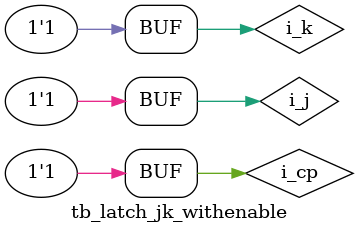
<source format=v>
module tb_latch_jk_withenable;
reg i_cp;
reg i_j;
reg i_k;
wire o_q;
wire o_q_;

initial begin
    i_cp = 1'b0;
    i_j = 1'b0;
    i_k = 1'b0;
    
    #100;  // 100ns
    i_cp = 1'b0;
    i_j = 1'b0;
    i_k = 1'b1;
        
    #100;  // 200ns
    i_cp = 1'b0;
    i_j = 1'b1;
    i_k = 1'b0;

    #100;  // 300ns
    i_cp = 1'b0;
    i_j = 1'b1;
    i_k = 1'b1;

    #100;  // 400ns
    i_cp = 1'b1;
    i_j = 1'b0;
    i_k = 1'b0;
    
    #100;  // 500ns
    i_cp = 1'b1;
    i_j = 1'b0;
    i_k = 1'b1;
        
    #100;  // 600ns
    i_cp = 1'b1;
    i_j = 1'b1;
    i_k = 1'b0;

    #100;  // 700ns
    i_cp = 1'b1;
    i_j = 1'b1;
    i_k = 1'b1;
end

latch_jk_withenable dut(
    .enable(i_cp),
    .jack(i_j),
    .kilby(i_k),
    .signal_q(o_q),
    .signal_q_(o_q_)
);

endmodule

</source>
